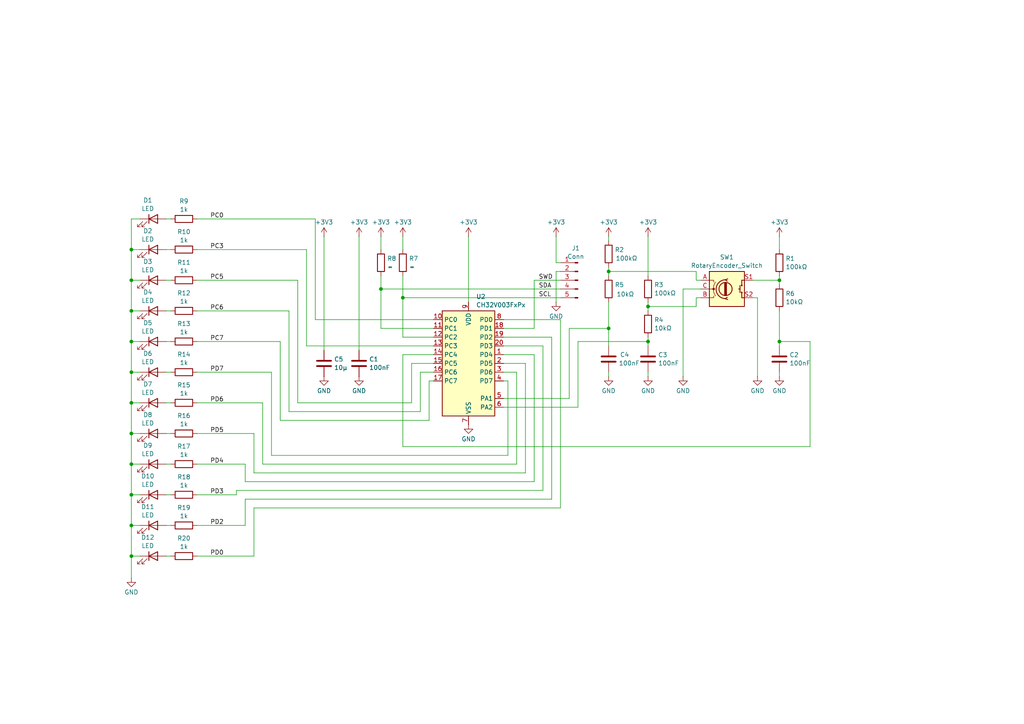
<source format=kicad_sch>
(kicad_sch (version 20231120) (generator "eeschema") (generator_version "8.0")
  (paper "A4")
  (lib_symbols
    (symbol "Connector:Conn_01x05_Pin" (pin_names (offset 1.016) hide)
      (property "Reference" "J" (at 0 7.62 0))
      (property "Value" "Conn_01x05_Pin" (at 0 -7.62 0))
      (symbol "Conn_01x05_Pin_1_1"
        (polyline (pts (xy 1.27 -5.08) (xy 0.8636 -5.08)) (stroke (width 0.1524)))
        (polyline (pts (xy 1.27 -2.54) (xy 0.8636 -2.54)) (stroke (width 0.1524)))
        (polyline (pts (xy 1.27 0) (xy 0.8636 0)) (stroke (width 0.1524)))
        (polyline (pts (xy 1.27 2.54) (xy 0.8636 2.54)) (stroke (width 0.1524)))
        (polyline (pts (xy 1.27 5.08) (xy 0.8636 5.08)) (stroke (width 0.1524)))
        (rectangle (start 0.8636 -4.953) (end 0 -5.207) (stroke (width 0.1524)) (fill (type outline)))
        (rectangle (start 0.8636 -2.413) (end 0 -2.667) (stroke (width 0.1524)) (fill (type outline)))
        (rectangle (start 0.8636 0.127) (end 0 -0.127) (stroke (width 0.1524)) (fill (type outline)))
        (rectangle (start 0.8636 2.667) (end 0 2.413) (stroke (width 0.1524)) (fill (type outline)))
        (rectangle (start 0.8636 5.207) (end 0 4.953) (stroke (width 0.1524)) (fill (type outline)))
        (pin passive line (at 5.08 5.08 180) (length 3.81) (name "Pin_1") (number "1"))
        (pin passive line (at 5.08 2.54 180) (length 3.81) (name "Pin_2") (number "2"))
        (pin passive line (at 5.08 0 180) (length 3.81) (name "Pin_3") (number "3"))
        (pin passive line (at 5.08 -2.54 180) (length 3.81) (name "Pin_4") (number "4"))
        (pin passive line (at 5.08 -5.08 180) (length 3.81) (name "Pin_5") (number "5"))
      )
    )
    (symbol "Device:C" (pin_numbers hide) (pin_names (offset 0.254))
      (property "Reference" "C" (at 0.635 2.54 0))
      (property "Value" "C" (at 0.635 -2.54 0))
      (symbol "C_0_1"
        (polyline (pts (xy -2.032 -0.762) (xy 2.032 -0.762)) (stroke (width 0.508)))
        (polyline (pts (xy -2.032 0.762) (xy 2.032 0.762)) (stroke (width 0.508)))
      )
      (symbol "C_1_1"
        (pin passive line (at 0 3.81 270) (length 2.794) (name "~") (number "1"))
        (pin passive line (at 0 -3.81 90) (length 2.794) (name "~") (number "2"))
      )
    )
    (symbol "Device:LED" (pin_numbers hide) (pin_names (offset 1.016) hide)
      (property "Reference" "D" (at 0 2.54 0))
      (property "Value" "LED" (at 0 -2.54 0))
      (symbol "LED_0_1"
        (polyline (pts (xy -1.27 -1.27) (xy -1.27 1.27)) (stroke (width 0.254)))
        (polyline (pts (xy -1.27 0) (xy 1.27 0)))
        (polyline (pts (xy 1.27 -1.27) (xy 1.27 1.27) (xy -1.27 0) (xy 1.27 -1.27)) (stroke (width 0.254)))
        (polyline (pts (xy -3.048 -0.762) (xy -4.572 -2.286) (xy -3.81 -2.286) (xy -4.572 -2.286) (xy -4.572 -1.524)))
        (polyline (pts (xy -1.778 -0.762) (xy -3.302 -2.286) (xy -2.54 -2.286) (xy -3.302 -2.286) (xy -3.302 -1.524)))
      )
      (symbol "LED_1_1"
        (pin passive line (at -3.81 0 0) (length 2.54) (name "K") (number "1"))
        (pin passive line (at 3.81 0 180) (length 2.54) (name "A") (number "2"))
      )
    )
    (symbol "Device:R" (pin_numbers hide) (pin_names (offset 0))
      (property "Reference" "R" (at 2.032 0 90))
      (property "Value" "R" (at 0 0 90))
      (symbol "R_0_1"
        (rectangle (start -1.016 -2.54) (end 1.016 2.54) (stroke (width 0.254)))
      )
      (symbol "R_1_1"
        (pin passive line (at 0 3.81 270) (length 1.27) (name "~") (number "1"))
        (pin passive line (at 0 -3.81 90) (length 1.27) (name "~") (number "2"))
      )
    )
    (symbol "Device:RotaryEncoder_Switch" (pin_names (offset 0.254) hide)
      (property "Reference" "SW" (at 0 6.604 0))
      (property "Value" "RotaryEncoder_Switch" (at 0 -6.604 0))
      (symbol "RotaryEncoder_Switch_0_1"
        (rectangle (start -5.08 5.08) (end 5.08 -5.08) (stroke (width 0.254)) (fill (type background)))
        (circle (center -3.81 0) (radius 0.254) (fill (type outline)))
        (circle (center -0.381 0) (radius 1.905) (stroke (width 0.254)))
        (arc (start -0.381 2.667) (mid -3.0988 -0.0635) (end -0.381 -2.794) (stroke (width 0.254)))
        (polyline (pts (xy -0.635 -1.778) (xy -0.635 1.778)) (stroke (width 0.254)))
        (polyline (pts (xy -0.381 -1.778) (xy -0.381 1.778)) (stroke (width 0.254)))
        (polyline (pts (xy -0.127 1.778) (xy -0.127 -1.778)) (stroke (width 0.254)))
        (polyline (pts (xy 3.81 0) (xy 3.429 0)) (stroke (width 0.254)))
        (polyline (pts (xy 3.81 1.016) (xy 3.81 -1.016)) (stroke (width 0.254)))
        (polyline (pts (xy -5.08 -2.54) (xy -3.81 -2.54) (xy -3.81 -2.032)))
        (polyline (pts (xy -5.08 2.54) (xy -3.81 2.54) (xy -3.81 2.032)))
        (polyline (pts (xy 0.254 -3.048) (xy -0.508 -2.794) (xy 0.127 -2.413)) (stroke (width 0.254)))
        (polyline (pts (xy 0.254 2.921) (xy -0.508 2.667) (xy 0.127 2.286)) (stroke (width 0.254)))
        (polyline (pts (xy 5.08 -2.54) (xy 4.318 -2.54) (xy 4.318 -1.016)) (stroke (width 0.254)))
        (polyline (pts (xy 5.08 2.54) (xy 4.318 2.54) (xy 4.318 1.016)) (stroke (width 0.254)))
        (polyline (pts (xy -5.08 0) (xy -3.81 0) (xy -3.81 -1.016) (xy -3.302 -2.032)))
        (polyline (pts (xy -4.318 0) (xy -3.81 0) (xy -3.81 1.016) (xy -3.302 2.032)))
        (circle (center 4.318 -1.016) (radius 0.127) (stroke (width 0.254)))
        (circle (center 4.318 1.016) (radius 0.127) (stroke (width 0.254)))
      )
      (symbol "RotaryEncoder_Switch_1_1"
        (pin passive line (at -7.62 2.54 0) (length 2.54) (name "A") (number "A"))
        (pin passive line (at -7.62 -2.54 0) (length 2.54) (name "B") (number "B"))
        (pin passive line (at -7.62 0 0) (length 2.54) (name "C") (number "C"))
        (pin passive line (at 7.62 2.54 180) (length 2.54) (name "S1") (number "S1"))
        (pin passive line (at 7.62 -2.54 180) (length 2.54) (name "S2") (number "S2"))
      )
    )
    (symbol "MCU_WCH_CH32V0:CH32V003FxPx"
      (property "Reference" "U" (at -7.62 17.78 0))
      (property "Value" "CH32V003FxPx" (at 7.62 17.78 0))
      (symbol "CH32V003FxPx_1_1"
        (rectangle (start -7.62 15.24) (end 7.62 -15.24) (stroke (width 0.254)) (fill (type background)))
        (pin bidirectional line (at 10.16 2.54 180) (length 2.54) (name "PD4") (number "1"))
        (pin bidirectional line (at -10.16 12.7 0) (length 2.54) (name "PC0") (number "10"))
        (pin bidirectional line (at -10.16 10.16 0) (length 2.54) (name "PC1") (number "11"))
        (pin bidirectional line (at -10.16 7.62 0) (length 2.54) (name "PC2") (number "12"))
        (pin bidirectional line (at -10.16 5.08 0) (length 2.54) (name "PC3") (number "13"))
        (pin bidirectional line (at -10.16 2.54 0) (length 2.54) (name "PC4") (number "14"))
        (pin bidirectional line (at -10.16 0 0) (length 2.54) (name "PC5") (number "15"))
        (pin bidirectional line (at -10.16 -2.54 0) (length 2.54) (name "PC6") (number "16"))
        (pin bidirectional line (at -10.16 -5.08 0) (length 2.54) (name "PC7") (number "17"))
        (pin bidirectional line (at 10.16 10.16 180) (length 2.54) (name "PD1") (number "18"))
        (pin bidirectional line (at 10.16 7.62 180) (length 2.54) (name "PD2") (number "19"))
        (pin bidirectional line (at 10.16 0 180) (length 2.54) (name "PD5") (number "2"))
        (pin bidirectional line (at 10.16 5.08 180) (length 2.54) (name "PD3") (number "20"))
        (pin bidirectional line (at 10.16 -2.54 180) (length 2.54) (name "PD6") (number "3"))
        (pin bidirectional line (at 10.16 -5.08 180) (length 2.54) (name "PD7") (number "4"))
        (pin bidirectional line (at 10.16 -10.16 180) (length 2.54) (name "PA1") (number "5"))
        (pin bidirectional line (at 10.16 -12.7 180) (length 2.54) (name "PA2") (number "6"))
        (pin power_in line (at 0 -17.78 90) (length 2.54) (name "VSS") (number "7"))
        (pin bidirectional line (at 10.16 12.7 180) (length 2.54) (name "PD0") (number "8"))
        (pin power_in line (at 0 17.78 270) (length 2.54) (name "VDD") (number "9"))
      )
    )
    (symbol "power:+3V3" (power) (pin_numbers hide) (pin_names (offset 0) hide)
      (property "Value" "+3V3" (at 0 3.556 0))
      (symbol "+3V3_0_1"
        (polyline (pts (xy -0.762 1.27) (xy 0 2.54)))
        (polyline (pts (xy 0 0) (xy 0 2.54)))
        (polyline (pts (xy 0 2.54) (xy 0.762 1.27)))
      )
      (symbol "+3V3_1_1"
        (pin power_in line (at 0 0 90) (length 0) (name "~") (number "1"))
      )
    )
    (symbol "power:GND" (power) (pin_numbers hide) (pin_names (offset 0) hide)
      (property "Value" "GND" (at 0 -3.81 0))
      (symbol "GND_0_1"
        (polyline (pts (xy 0 0) (xy 0 -1.27) (xy 1.27 -1.27) (xy 0 -2.54) (xy -1.27 -1.27) (xy 0 -1.27)))
      )
      (symbol "GND_1_1"
        (pin power_in line (at 0 0 270) (length 0) (name "~") (number "1"))
      )
    )
  )
  (junction (at 38.1 107.95))
  (junction (at 38.1 161.29))
  (junction (at 110.49 83.82))
  (junction (at 38.1 99.06))
  (junction (at 38.1 81.28))
  (junction (at 38.1 143.51))
  (junction (at 226.06 81.28))
  (junction (at 187.96 99.06))
  (junction (at 38.1 152.4))
  (junction (at 176.53 78.74))
  (junction (at 116.84 86.36))
  (junction (at 38.1 90.17))
  (junction (at 38.1 134.62))
  (junction (at 187.96 88.9))
  (junction (at 38.1 125.73))
  (junction (at 38.1 116.84))
  (junction (at 176.53 95.25))
  (junction (at 226.06 99.06))
  (junction (at 38.1 72.39))
  (wire (pts (xy 125.73 100.33) (xy 88.9 100.33)))
  (wire (pts (xy 48.26 90.17) (xy 49.53 90.17)))
  (wire (pts (xy 38.1 143.51) (xy 38.1 152.4)))
  (wire (pts (xy 48.26 107.95) (xy 49.53 107.95)))
  (wire (pts (xy 176.53 77.47) (xy 176.53 78.74)))
  (wire (pts (xy 49.53 99.06) (xy 48.26 99.06)))
  (wire (pts (xy 187.96 99.06) (xy 187.96 100.33)))
  (wire (pts (xy 154.94 95.25) (xy 146.05 95.25)))
  (wire (pts (xy 40.64 125.73) (xy 38.1 125.73)))
  (wire (pts (xy 149.86 107.95) (xy 149.86 134.62)))
  (wire (pts (xy 149.86 134.62) (xy 76.2 134.62)))
  (wire (pts (xy 40.64 134.62) (xy 38.1 134.62)))
  (wire (pts (xy 38.1 99.06) (xy 38.1 107.95)))
  (wire (pts (xy 48.26 134.62) (xy 49.53 134.62)))
  (wire (pts (xy 226.06 81.28) (xy 226.06 82.55)))
  (wire (pts (xy 48.26 63.5) (xy 49.53 63.5)))
  (wire (pts (xy 91.44 63.5) (xy 57.15 63.5)))
  (wire (pts (xy 157.48 142.24) (xy 68.58 142.24)))
  (wire (pts (xy 91.44 92.71) (xy 91.44 63.5)))
  (wire (pts (xy 38.1 90.17) (xy 38.1 99.06)))
  (wire (pts (xy 147.32 132.08) (xy 78.74 132.08)))
  (wire (pts (xy 48.26 125.73) (xy 49.53 125.73)))
  (wire (pts (xy 38.1 63.5) (xy 38.1 72.39)))
  (wire (pts (xy 38.1 81.28) (xy 38.1 90.17)))
  (wire (pts (xy 201.93 88.9) (xy 187.96 88.9)))
  (wire (pts (xy 165.1 95.25) (xy 165.1 115.57)))
  (wire (pts (xy 146.05 100.33) (xy 157.48 100.33)))
  (wire (pts (xy 40.64 90.17) (xy 38.1 90.17)))
  (wire (pts (xy 73.66 125.73) (xy 57.15 125.73)))
  (wire (pts (xy 187.96 99.06) (xy 187.96 97.79)))
  (wire (pts (xy 147.32 110.49) (xy 147.32 132.08)))
  (wire (pts (xy 86.36 81.28) (xy 57.15 81.28)))
  (wire (pts (xy 83.82 90.17) (xy 57.15 90.17)))
  (wire (pts (xy 125.73 110.49) (xy 124.46 110.49)))
  (wire (pts (xy 203.2 83.82) (xy 198.12 83.82)))
  (wire (pts (xy 125.73 92.71) (xy 91.44 92.71)))
  (wire (pts (xy 71.12 134.62) (xy 57.15 134.62)))
  (wire (pts (xy 116.84 80.01) (xy 116.84 86.36)))
  (wire (pts (xy 73.66 161.29) (xy 57.15 161.29)))
  (wire (pts (xy 162.56 78.74) (xy 161.29 78.74)))
  (wire (pts (xy 124.46 110.49) (xy 124.46 121.92)))
  (wire (pts (xy 226.06 68.58) (xy 226.06 72.39)))
  (wire (pts (xy 110.49 83.82) (xy 162.56 83.82)))
  (wire (pts (xy 71.12 144.78) (xy 160.02 144.78)))
  (wire (pts (xy 226.06 109.22) (xy 226.06 107.95)))
  (wire (pts (xy 146.05 107.95) (xy 149.86 107.95)))
  (wire (pts (xy 124.46 121.92) (xy 81.28 121.92)))
  (wire (pts (xy 176.53 100.33) (xy 176.53 95.25)))
  (wire (pts (xy 86.36 116.84) (xy 86.36 81.28)))
  (wire (pts (xy 218.44 86.36) (xy 219.71 86.36)))
  (wire (pts (xy 152.4 105.41) (xy 152.4 137.16)))
  (wire (pts (xy 38.1 72.39) (xy 38.1 81.28)))
  (wire (pts (xy 165.1 95.25) (xy 176.53 95.25)))
  (wire (pts (xy 40.64 63.5) (xy 38.1 63.5)))
  (wire (pts (xy 125.73 102.87) (xy 116.84 102.87)))
  (wire (pts (xy 187.96 99.06) (xy 167.64 99.06)))
  (wire (pts (xy 162.56 92.71) (xy 162.56 147.32)))
  (wire (pts (xy 40.64 143.51) (xy 38.1 143.51)))
  (wire (pts (xy 154.94 102.87) (xy 154.94 139.7)))
  (wire (pts (xy 176.53 109.22) (xy 176.53 107.95)))
  (wire (pts (xy 88.9 72.39) (xy 57.15 72.39)))
  (wire (pts (xy 40.64 116.84) (xy 38.1 116.84)))
  (wire (pts (xy 48.26 72.39) (xy 49.53 72.39)))
  (wire (pts (xy 104.14 68.58) (xy 104.14 101.6)))
  (wire (pts (xy 218.44 81.28) (xy 226.06 81.28)))
  (wire (pts (xy 38.1 134.62) (xy 38.1 143.51)))
  (wire (pts (xy 48.26 143.51) (xy 49.53 143.51)))
  (wire (pts (xy 135.89 68.58) (xy 135.89 87.63)))
  (wire (pts (xy 116.84 68.58) (xy 116.84 72.39)))
  (wire (pts (xy 176.53 68.58) (xy 176.53 69.85)))
  (wire (pts (xy 40.64 152.4) (xy 38.1 152.4)))
  (wire (pts (xy 201.93 78.74) (xy 201.93 81.28)))
  (wire (pts (xy 201.93 81.28) (xy 203.2 81.28)))
  (wire (pts (xy 73.66 137.16) (xy 73.66 125.73)))
  (wire (pts (xy 76.2 116.84) (xy 57.15 116.84)))
  (wire (pts (xy 146.05 102.87) (xy 154.94 102.87)))
  (wire (pts (xy 40.64 81.28) (xy 38.1 81.28)))
  (wire (pts (xy 226.06 99.06) (xy 226.06 100.33)))
  (wire (pts (xy 40.64 161.29) (xy 38.1 161.29)))
  (wire (pts (xy 146.05 92.71) (xy 162.56 92.71)))
  (wire (pts (xy 176.53 87.63) (xy 176.53 95.25)))
  (wire (pts (xy 157.48 100.33) (xy 157.48 142.24)))
  (wire (pts (xy 226.06 99.06) (xy 234.95 99.06)))
  (wire (pts (xy 201.93 86.36) (xy 201.93 88.9)))
  (wire (pts (xy 146.05 110.49) (xy 147.32 110.49)))
  (wire (pts (xy 121.92 107.95) (xy 121.92 119.38)))
  (wire (pts (xy 38.1 116.84) (xy 38.1 125.73)))
  (wire (pts (xy 119.38 116.84) (xy 86.36 116.84)))
  (wire (pts (xy 93.98 68.58) (xy 93.98 101.6)))
  (wire (pts (xy 81.28 121.92) (xy 81.28 99.06)))
  (wire (pts (xy 161.29 68.58) (xy 161.29 76.2)))
  (wire (pts (xy 116.84 86.36) (xy 162.56 86.36)))
  (wire (pts (xy 146.05 97.79) (xy 160.02 97.79)))
  (wire (pts (xy 76.2 134.62) (xy 76.2 116.84)))
  (wire (pts (xy 78.74 107.95) (xy 57.15 107.95)))
  (wire (pts (xy 226.06 90.17) (xy 226.06 99.06)))
  (wire (pts (xy 161.29 76.2) (xy 162.56 76.2)))
  (wire (pts (xy 71.12 139.7) (xy 71.12 134.62)))
  (wire (pts (xy 40.64 72.39) (xy 38.1 72.39)))
  (wire (pts (xy 119.38 105.41) (xy 119.38 116.84)))
  (wire (pts (xy 48.26 152.4) (xy 49.53 152.4)))
  (wire (pts (xy 40.64 99.06) (xy 38.1 99.06)))
  (wire (pts (xy 110.49 68.58) (xy 110.49 72.39)))
  (wire (pts (xy 49.53 116.84) (xy 48.26 116.84)))
  (wire (pts (xy 121.92 119.38) (xy 83.82 119.38)))
  (wire (pts (xy 146.05 105.41) (xy 152.4 105.41)))
  (wire (pts (xy 71.12 144.78) (xy 71.12 152.4)))
  (wire (pts (xy 152.4 137.16) (xy 73.66 137.16)))
  (wire (pts (xy 68.58 143.51) (xy 57.15 143.51)))
  (wire (pts (xy 187.96 88.9) (xy 187.96 90.17)))
  (wire (pts (xy 154.94 81.28) (xy 154.94 95.25)))
  (wire (pts (xy 160.02 97.79) (xy 160.02 144.78)))
  (wire (pts (xy 48.26 81.28) (xy 49.53 81.28)))
  (wire (pts (xy 116.84 86.36) (xy 116.84 97.79)))
  (wire (pts (xy 116.84 102.87) (xy 116.84 129.54)))
  (wire (pts (xy 161.29 78.74) (xy 161.29 87.63)))
  (wire (pts (xy 40.64 107.95) (xy 38.1 107.95)))
  (wire (pts (xy 83.82 119.38) (xy 83.82 90.17)))
  (wire (pts (xy 38.1 152.4) (xy 38.1 161.29)))
  (wire (pts (xy 162.56 147.32) (xy 73.66 147.32)))
  (wire (pts (xy 116.84 97.79) (xy 125.73 97.79)))
  (wire (pts (xy 71.12 152.4) (xy 57.15 152.4)))
  (wire (pts (xy 38.1 161.29) (xy 38.1 167.64)))
  (wire (pts (xy 187.96 87.63) (xy 187.96 88.9)))
  (wire (pts (xy 38.1 125.73) (xy 38.1 134.62)))
  (wire (pts (xy 176.53 78.74) (xy 176.53 80.01)))
  (wire (pts (xy 187.96 68.58) (xy 187.96 80.01)))
  (wire (pts (xy 219.71 86.36) (xy 219.71 109.22)))
  (wire (pts (xy 234.95 129.54) (xy 234.95 99.06)))
  (wire (pts (xy 125.73 107.95) (xy 121.92 107.95)))
  (wire (pts (xy 165.1 115.57) (xy 146.05 115.57)))
  (wire (pts (xy 88.9 100.33) (xy 88.9 72.39)))
  (wire (pts (xy 48.26 161.29) (xy 49.53 161.29)))
  (wire (pts (xy 187.96 109.22) (xy 187.96 107.95)))
  (wire (pts (xy 125.73 105.41) (xy 119.38 105.41)))
  (wire (pts (xy 154.94 139.7) (xy 71.12 139.7)))
  (wire (pts (xy 110.49 95.25) (xy 125.73 95.25)))
  (wire (pts (xy 116.84 129.54) (xy 234.95 129.54)))
  (wire (pts (xy 146.05 118.11) (xy 167.64 118.11)))
  (wire (pts (xy 110.49 80.01) (xy 110.49 83.82)))
  (wire (pts (xy 81.28 99.06) (xy 57.15 99.06)))
  (wire (pts (xy 110.49 83.82) (xy 110.49 95.25)))
  (wire (pts (xy 167.64 99.06) (xy 167.64 118.11)))
  (wire (pts (xy 201.93 86.36) (xy 203.2 86.36)))
  (wire (pts (xy 68.58 142.24) (xy 68.58 143.51)))
  (wire (pts (xy 73.66 147.32) (xy 73.66 161.29)))
  (wire (pts (xy 176.53 78.74) (xy 201.93 78.74)))
  (wire (pts (xy 198.12 83.82) (xy 198.12 109.22)))
  (wire (pts (xy 78.74 132.08) (xy 78.74 107.95)))
  (wire (pts (xy 226.06 80.01) (xy 226.06 81.28)))
  (wire (pts (xy 38.1 107.95) (xy 38.1 116.84)))
  (wire (pts (xy 162.56 81.28) (xy 154.94 81.28)))
  (label "PD4" (at 60.96 134.62 0))
  (label "SCL" (at 156.21 86.36 0))
  (label "PD6" (at 60.96 116.84 0))
  (label "SWD" (at 156.21 81.28 0))
  (label "PD5" (at 60.96 125.73 0))
  (label "PD2" (at 60.96 152.4 0))
  (label "PC6" (at 60.96 90.17 0))
  (label "PD3" (at 60.96 143.51 0))
  (label "PC7" (at 60.96 99.06 0))
  (label "PC0" (at 60.96 63.5 0))
  (label "PD0" (at 60.96 161.29 0))
  (label "PC5" (at 60.96 81.28 0))
  (label "SDA" (at 156.21 83.82 0))
  (label "PC3" (at 60.96 72.39 0))
  (label "PD7" (at 60.96 107.95 0))
  (symbol (lib_id "power:+3V3") (at 116.84 68.58 0) (unit 1)
    (property "Reference" "#PWR012" (effects (hide yes)))
    (property "Value" "+3V3" (at 116.84 64.4469 0))
    (property "Description" "Power symbol creates a global label with name \"+3V3\"" (effects (hide yes)))
  )
  (symbol (lib_id "Device:C") (at 176.53 104.14 0) (unit 1)
    (property "Reference" "C4" (at 179.832 102.87 0) (effects (justify left)))
    (property "Value" "100nF" (at 179.451 105.3521 0) (effects (justify left)))
    (property "Footprint" "Capacitor_SMD:C_0603_1608Metric_Pad1.08x0.95mm_HandSolder" (effects (hide yes)))
    (property "Description" "Unpolarized capacitor" (effects (hide yes)))
  )
  (symbol (lib_id "Connector:Conn_01x05_Pin") (at 167.64 81.28 0) (mirror y) (unit 1)
    (property "Reference" "J1" (at 167.005 71.9793 0))
    (property "Value" "Conn" (at 167.005 74.4036 0))
    (property "Footprint" "Connector_JST:JST_XH_B5B-XH-A_1x05_P2.50mm_Vertical" (effects (hide yes)))
    (property "Description" "Generic connector, single row, 01x05, script generated" (effects (hide yes)))
  )
  (symbol (lib_id "Device:C") (at 93.98 105.41 0) (unit 1)
    (property "Reference" "C5" (at 96.901 104.1978 0) (effects (justify left)))
    (property "Value" "10μ" (at 96.901 106.6221 0) (effects (justify left)))
    (property "Footprint" "Capacitor_SMD:C_0603_1608Metric_Pad1.08x0.95mm_HandSolder" (effects (hide yes)))
    (property "Description" "Unpolarized capacitor" (effects (hide yes)))
  )
  (symbol (lib_id "Device:LED") (at 44.45 90.17 0) (unit 1)
    (property "Reference" "D4" (at 42.8625 84.7555 0))
    (property "Value" "LED" (at 42.8625 87.1798 0))
    (property "Footprint" "LED_THT:LED_D3.0mm" (effects (hide yes)))
    (property "Description" "Light emitting diode" (effects (hide yes)))
  )
  (symbol (lib_id "Device:R") (at 53.34 81.28 90) (unit 1)
    (property "Reference" "R11" (at 53.34 76.1195 90))
    (property "Value" "1k" (at 53.34 78.5438 90))
    (property "Footprint" "Resistor_SMD:R_0603_1608Metric_Pad0.98x0.95mm_HandSolder" (effects (hide yes)))
    (property "Description" "Resistor" (effects (hide yes)))
  )
  (symbol (lib_id "Device:C") (at 226.06 104.14 0) (unit 1)
    (property "Reference" "C2" (at 228.981 102.9278 0) (effects (justify left)))
    (property "Value" "100nF" (at 228.981 105.3521 0) (effects (justify left)))
    (property "Footprint" "Capacitor_SMD:C_0603_1608Metric_Pad1.08x0.95mm_HandSolder" (effects (hide yes)))
    (property "Description" "Unpolarized capacitor" (effects (hide yes)))
  )
  (symbol (lib_id "power:GND") (at 176.53 109.22 0) (unit 1)
    (property "Reference" "#PWR03" (effects (hide yes)))
    (property "Value" "GND" (at 176.53 113.3531 0))
    (property "Description" "Power symbol creates a global label with name \"GND\" , ground" (effects (hide yes)))
  )
  (symbol (lib_id "power:+3V3") (at 93.98 68.58 0) (unit 1)
    (property "Reference" "#PWR018" (effects (hide yes)))
    (property "Value" "+3V3" (at 93.98 64.4469 0))
    (property "Description" "Power symbol creates a global label with name \"+3V3\"" (effects (hide yes)))
  )
  (symbol (lib_id "Device:C") (at 104.14 105.41 0) (unit 1)
    (property "Reference" "C1" (at 107.061 104.1978 0) (effects (justify left)))
    (property "Value" "100nF" (at 107.061 106.6221 0) (effects (justify left)))
    (property "Footprint" "Capacitor_SMD:C_0603_1608Metric_Pad1.08x0.95mm_HandSolder" (effects (hide yes)))
    (property "Description" "Unpolarized capacitor" (effects (hide yes)))
  )
  (symbol (lib_id "Device:R") (at 226.06 86.36 0) (unit 1)
    (property "Reference" "R6" (at 227.838 85.1478 0) (effects (justify left)))
    (property "Value" "10kΩ" (at 227.838 87.5721 0) (effects (justify left)))
    (property "Footprint" "Resistor_SMD:R_0603_1608Metric_Pad0.98x0.95mm_HandSolder" (effects (hide yes)))
    (property "Description" "Resistor" (effects (hide yes)))
  )
  (symbol (lib_id "Device:LED") (at 44.45 99.06 0) (unit 1)
    (property "Reference" "D5" (at 42.8625 93.6455 0))
    (property "Value" "LED" (at 42.8625 96.0698 0))
    (property "Footprint" "LED_THT:LED_D3.0mm" (effects (hide yes)))
    (property "Description" "Light emitting diode" (effects (hide yes)))
  )
  (symbol (lib_id "Device:LED") (at 44.45 161.29 0) (unit 1)
    (property "Reference" "D12" (at 42.8625 155.8755 0))
    (property "Value" "LED" (at 42.8625 158.2998 0))
    (property "Footprint" "LED_THT:LED_D3.0mm" (effects (hide yes)))
    (property "Description" "Light emitting diode" (effects (hide yes)))
  )
  (symbol (lib_id "Device:R") (at 53.34 107.95 90) (unit 1)
    (property "Reference" "R14" (at 53.34 102.7895 90))
    (property "Value" "1k" (at 53.34 105.2138 90))
    (property "Footprint" "Resistor_SMD:R_0603_1608Metric_Pad0.98x0.95mm_HandSolder" (effects (hide yes)))
    (property "Description" "Resistor" (effects (hide yes)))
  )
  (symbol (lib_id "power:GND") (at 104.14 109.22 0) (unit 1)
    (property "Reference" "#PWR016" (effects (hide yes)))
    (property "Value" "GND" (at 104.14 113.3531 0))
    (property "Description" "Power symbol creates a global label with name \"GND\" , ground" (effects (hide yes)))
  )
  (symbol (lib_id "Device:R") (at 53.34 99.06 90) (unit 1)
    (property "Reference" "R13" (at 53.34 93.8995 90))
    (property "Value" "1k" (at 53.34 96.3238 90))
    (property "Footprint" "Resistor_SMD:R_0603_1608Metric_Pad0.98x0.95mm_HandSolder" (effects (hide yes)))
    (property "Description" "Resistor" (effects (hide yes)))
  )
  (symbol (lib_id "Device:R") (at 53.34 152.4 90) (unit 1)
    (property "Reference" "R19" (at 53.34 147.2395 90))
    (property "Value" "1k" (at 53.34 149.6638 90))
    (property "Footprint" "Resistor_SMD:R_0603_1608Metric_Pad0.98x0.95mm_HandSolder" (effects (hide yes)))
    (property "Description" "Resistor" (effects (hide yes)))
  )
  (symbol (lib_id "power:GND") (at 219.71 109.22 0) (unit 1)
    (property "Reference" "#PWR02" (effects (hide yes)))
    (property "Value" "GND" (at 219.71 113.3531 0))
    (property "Description" "Power symbol creates a global label with name \"GND\" , ground" (effects (hide yes)))
  )
  (symbol (lib_id "Device:R") (at 110.49 76.2 0) (unit 1)
    (property "Reference" "R8" (at 112.268 74.9878 0) (effects (justify left)))
    (property "Value" "∞" (at 112.268 77.4121 0) (effects (justify left)))
    (property "Footprint" "Resistor_SMD:R_0603_1608Metric_Pad0.98x0.95mm_HandSolder" (effects (hide yes)))
    (property "Description" "Resistor" (effects (hide yes)))
  )
  (symbol (lib_id "Device:R") (at 187.96 93.98 0) (unit 1)
    (property "Reference" "R4" (at 189.738 92.7678 0) (effects (justify left)))
    (property "Value" "10kΩ" (at 189.738 95.1921 0) (effects (justify left)))
    (property "Footprint" "Resistor_SMD:R_0603_1608Metric_Pad0.98x0.95mm_HandSolder" (effects (hide yes)))
    (property "Description" "Resistor" (effects (hide yes)))
  )
  (symbol (lib_id "Device:R") (at 53.34 63.5 90) (unit 1)
    (property "Reference" "R9" (at 53.34 58.3395 90))
    (property "Value" "1k" (at 53.34 60.7638 90))
    (property "Footprint" "Resistor_SMD:R_0603_1608Metric_Pad0.98x0.95mm_HandSolder" (effects (hide yes)))
    (property "Description" "Resistor" (effects (hide yes)))
  )
  (symbol (lib_id "Device:R") (at 53.34 116.84 90) (unit 1)
    (property "Reference" "R15" (at 53.34 111.6795 90))
    (property "Value" "1k" (at 53.34 114.1038 90))
    (property "Footprint" "Resistor_SMD:R_0603_1608Metric_Pad0.98x0.95mm_HandSolder" (effects (hide yes)))
    (property "Description" "Resistor" (effects (hide yes)))
  )
  (symbol (lib_id "Device:R") (at 116.84 76.2 0) (unit 1)
    (property "Reference" "R7" (at 118.618 74.9878 0) (effects (justify left)))
    (property "Value" "∞" (at 118.618 77.4121 0) (effects (justify left)))
    (property "Footprint" "Resistor_SMD:R_0603_1608Metric_Pad0.98x0.95mm_HandSolder" (effects (hide yes)))
    (property "Description" "Resistor" (effects (hide yes)))
  )
  (symbol (lib_id "power:GND") (at 93.98 109.22 0) (unit 1)
    (property "Reference" "#PWR019" (effects (hide yes)))
    (property "Value" "GND" (at 93.98 113.3531 0))
    (property "Description" "Power symbol creates a global label with name \"GND\" , ground" (effects (hide yes)))
  )
  (symbol (lib_id "power:+3V3") (at 110.49 68.58 0) (unit 1)
    (property "Reference" "#PWR013" (effects (hide yes)))
    (property "Value" "+3V3" (at 110.49 64.4469 0))
    (property "Description" "Power symbol creates a global label with name \"+3V3\"" (effects (hide yes)))
  )
  (symbol (lib_id "Device:R") (at 226.06 76.2 0) (unit 1)
    (property "Reference" "R1" (at 227.838 74.9878 0) (effects (justify left)))
    (property "Value" "100kΩ" (at 227.838 77.4121 0) (effects (justify left)))
    (property "Footprint" "Resistor_SMD:R_0603_1608Metric_Pad0.98x0.95mm_HandSolder" (effects (hide yes)))
    (property "Description" "Resistor" (effects (hide yes)))
  )
  (symbol (lib_id "power:GND") (at 38.1 167.64 0) (unit 1)
    (property "Reference" "#PWR017" (effects (hide yes)))
    (property "Value" "GND" (at 38.1 171.7731 0))
    (property "Description" "Power symbol creates a global label with name \"GND\" , ground" (effects (hide yes)))
  )
  (symbol (lib_id "Device:LED") (at 44.45 107.95 0) (unit 1)
    (property "Reference" "D6" (at 42.8625 102.5355 0))
    (property "Value" "LED" (at 42.8625 104.9598 0))
    (property "Footprint" "LED_THT:LED_D3.0mm" (effects (hide yes)))
    (property "Description" "Light emitting diode" (effects (hide yes)))
  )
  (symbol (lib_id "Device:R") (at 176.53 73.66 0) (unit 1)
    (property "Reference" "R2" (at 178.308 72.4478 0) (effects (justify left)))
    (property "Value" "100kΩ" (at 178.562 74.93 0) (effects (justify left)))
    (property "Footprint" "Resistor_SMD:R_0603_1608Metric_Pad0.98x0.95mm_HandSolder" (effects (hide yes)))
    (property "Description" "Resistor" (effects (hide yes)))
  )
  (symbol (lib_id "Device:R") (at 176.53 83.82 0) (unit 1)
    (property "Reference" "R5" (at 178.308 82.6078 0) (effects (justify left)))
    (property "Value" "10kΩ" (at 178.816 85.344 0) (effects (justify left)))
    (property "Footprint" "Resistor_SMD:R_0603_1608Metric_Pad0.98x0.95mm_HandSolder" (effects (hide yes)))
    (property "Description" "Resistor" (effects (hide yes)))
  )
  (symbol (lib_id "power:GND") (at 226.06 109.22 0) (unit 1)
    (property "Reference" "#PWR011" (effects (hide yes)))
    (property "Value" "GND" (at 226.06 113.3531 0))
    (property "Description" "Power symbol creates a global label with name \"GND\" , ground" (effects (hide yes)))
  )
  (symbol (lib_id "Device:R") (at 53.34 143.51 90) (unit 1)
    (property "Reference" "R18" (at 53.34 138.3495 90))
    (property "Value" "1k" (at 53.34 140.7738 90))
    (property "Footprint" "Resistor_SMD:R_0603_1608Metric_Pad0.98x0.95mm_HandSolder" (effects (hide yes)))
    (property "Description" "Resistor" (effects (hide yes)))
  )
  (symbol (lib_id "power:GND") (at 135.89 123.19 0) (unit 1)
    (property "Reference" "#PWR01" (effects (hide yes)))
    (property "Value" "GND" (at 135.89 127.3231 0))
    (property "Description" "Power symbol creates a global label with name \"GND\" , ground" (effects (hide yes)))
  )
  (symbol (lib_id "Device:R") (at 53.34 72.39 90) (unit 1)
    (property "Reference" "R10" (at 53.34 67.2295 90))
    (property "Value" "1k" (at 53.34 69.6538 90))
    (property "Footprint" "Resistor_SMD:R_0603_1608Metric_Pad0.98x0.95mm_HandSolder" (effects (hide yes)))
    (property "Description" "Resistor" (effects (hide yes)))
  )
  (symbol (lib_id "Device:R") (at 53.34 161.29 90) (unit 1)
    (property "Reference" "R20" (at 53.34 156.1295 90))
    (property "Value" "1k" (at 53.34 158.5538 90))
    (property "Footprint" "Resistor_SMD:R_0603_1608Metric_Pad0.98x0.95mm_HandSolder" (effects (hide yes)))
    (property "Description" "Resistor" (effects (hide yes)))
  )
  (symbol (lib_id "Device:LED") (at 44.45 125.73 0) (unit 1)
    (property "Reference" "D8" (at 42.8625 120.3155 0))
    (property "Value" "LED" (at 42.8625 122.7398 0))
    (property "Footprint" "LED_THT:LED_D3.0mm" (effects (hide yes)))
    (property "Description" "Light emitting diode" (effects (hide yes)))
  )
  (symbol (lib_id "Device:LED") (at 44.45 81.28 0) (unit 1)
    (property "Reference" "D3" (at 42.8625 75.8655 0))
    (property "Value" "LED" (at 42.8625 78.2898 0))
    (property "Footprint" "LED_THT:LED_D3.0mm" (effects (hide yes)))
    (property "Description" "Light emitting diode" (effects (hide yes)))
  )
  (symbol (lib_id "Device:RotaryEncoder_Switch") (at 210.82 83.82 0) (unit 1)
    (property "Reference" "SW1" (at 210.82 74.5955 0))
    (property "Value" "RotaryEncoder_Switch" (at 210.82 77.0198 0))
    (property "Footprint" "Rotary_Encoder:RotaryEncoder_Bourns_Vertical_PEC12R-3x17F-Sxxxx" (effects (hide yes)))
    (property "Description" "Rotary encoder, dual channel, incremental quadrate outputs, with switch" (effects (hide yes)))
  )
  (symbol (lib_id "Device:R") (at 53.34 125.73 90) (unit 1)
    (property "Reference" "R16" (at 53.34 120.5695 90))
    (property "Value" "1k" (at 53.34 122.9938 90))
    (property "Footprint" "Resistor_SMD:R_0603_1608Metric_Pad0.98x0.95mm_HandSolder" (effects (hide yes)))
    (property "Description" "Resistor" (effects (hide yes)))
  )
  (symbol (lib_id "Device:LED") (at 44.45 63.5 0) (unit 1)
    (property "Reference" "D1" (at 42.8625 58.0855 0))
    (property "Value" "LED" (at 42.8625 60.5098 0))
    (property "Footprint" "LED_THT:LED_D3.0mm" (effects (hide yes)))
    (property "Description" "Light emitting diode" (effects (hide yes)))
  )
  (symbol (lib_id "power:+3V3") (at 161.29 68.58 0) (unit 1)
    (property "Reference" "#PWR014" (effects (hide yes)))
    (property "Value" "+3V3" (at 161.29 64.4469 0))
    (property "Description" "Power symbol creates a global label with name \"+3V3\"" (effects (hide yes)))
  )
  (symbol (lib_id "power:+3V3") (at 104.14 68.58 0) (unit 1)
    (property "Reference" "#PWR015" (effects (hide yes)))
    (property "Value" "+3V3" (at 104.14 64.4469 0))
    (property "Description" "Power symbol creates a global label with name \"+3V3\"" (effects (hide yes)))
  )
  (symbol (lib_id "Device:R") (at 53.34 134.62 90) (unit 1)
    (property "Reference" "R17" (at 53.34 129.4595 90))
    (property "Value" "1k" (at 53.34 131.8838 90))
    (property "Footprint" "Resistor_SMD:R_0603_1608Metric_Pad0.98x0.95mm_HandSolder" (effects (hide yes)))
    (property "Description" "Resistor" (effects (hide yes)))
  )
  (symbol (lib_id "MCU_WCH_CH32V0:CH32V003FxPx") (at 135.89 105.41 0) (unit 1)
    (property "Reference" "U2" (at 138.0841 86.0255 0) (effects (justify left)))
    (property "Value" "CH32V003FxPx" (at 138.0841 88.4498 0) (effects (justify left)))
    (property "Footprint" "Package_SO:TSSOP-20_4.4x6.5mm_P0.65mm" (effects (hide yes)))
    (property "Datasheet" "https://www.wch-ic.com/products/CH32V003.html" (effects (hide yes)))
    (property "Description" "CH32V003 series are industrial-grade general-purpose microcontrollers designed based on 32-bit RISC-V instruction set and architecture. It adopts QingKe V2A core, RV32EC instruction set, and supports 2 levels of interrupt nesting. The series are mounted with rich peripheral interfaces and function modules. Its internal organizational structure meets the low-cost and low-power embedded application scenarios." (effects (hide yes)))
  )
  (symbol (lib_id "Device:C") (at 187.96 104.14 0) (unit 1)
    (property "Reference" "C3" (at 190.881 102.9278 0) (effects (justify left)))
    (property "Value" "100nF" (at 190.881 105.3521 0) (effects (justify left)))
    (property "Footprint" "Capacitor_SMD:C_0603_1608Metric_Pad1.08x0.95mm_HandSolder" (effects (hide yes)))
    (property "Description" "Unpolarized capacitor" (effects (hide yes)))
  )
  (symbol (lib_id "power:+3V3") (at 135.89 68.58 0) (unit 1)
    (property "Reference" "#PWR09" (effects (hide yes)))
    (property "Value" "+3V3" (at 135.89 64.4469 0))
    (property "Description" "Power symbol creates a global label with name \"+3V3\"" (effects (hide yes)))
  )
  (symbol (lib_id "power:+3V3") (at 176.53 68.58 0) (unit 1)
    (property "Reference" "#PWR07" (effects (hide yes)))
    (property "Value" "+3V3" (at 176.53 64.4469 0))
    (property "Description" "Power symbol creates a global label with name \"+3V3\"" (effects (hide yes)))
  )
  (symbol (lib_id "Device:LED") (at 44.45 152.4 0) (unit 1)
    (property "Reference" "D11" (at 42.8625 146.9855 0))
    (property "Value" "LED" (at 42.8625 149.4098 0))
    (property "Footprint" "LED_THT:LED_D3.0mm" (effects (hide yes)))
    (property "Description" "Light emitting diode" (effects (hide yes)))
  )
  (symbol (lib_id "power:GND") (at 198.12 109.22 0) (unit 1)
    (property "Reference" "#PWR05" (effects (hide yes)))
    (property "Value" "GND" (at 198.12 113.3531 0))
    (property "Description" "Power symbol creates a global label with name \"GND\" , ground" (effects (hide yes)))
  )
  (symbol (lib_id "Device:LED") (at 44.45 143.51 0) (unit 1)
    (property "Reference" "D10" (at 42.8625 138.0955 0))
    (property "Value" "LED" (at 42.8625 140.5198 0))
    (property "Footprint" "LED_THT:LED_D3.0mm" (effects (hide yes)))
    (property "Description" "Light emitting diode" (effects (hide yes)))
  )
  (symbol (lib_id "power:GND") (at 161.29 87.63 0) (unit 1)
    (property "Reference" "#PWR010" (effects (hide yes)))
    (property "Value" "GND" (at 161.29 91.7631 0))
    (property "Description" "Power symbol creates a global label with name \"GND\" , ground" (effects (hide yes)))
  )
  (symbol (lib_id "power:+3V3") (at 187.96 68.58 0) (unit 1)
    (property "Reference" "#PWR06" (effects (hide yes)))
    (property "Value" "+3V3" (at 187.96 64.4469 0))
    (property "Description" "Power symbol creates a global label with name \"+3V3\"" (effects (hide yes)))
  )
  (symbol (lib_id "Device:LED") (at 44.45 116.84 0) (unit 1)
    (property "Reference" "D7" (at 42.8625 111.4255 0))
    (property "Value" "LED" (at 42.8625 113.8498 0))
    (property "Footprint" "LED_THT:LED_D3.0mm" (effects (hide yes)))
    (property "Description" "Light emitting diode" (effects (hide yes)))
  )
  (symbol (lib_id "Device:LED") (at 44.45 134.62 0) (unit 1)
    (property "Reference" "D9" (at 42.8625 129.2055 0))
    (property "Value" "LED" (at 42.8625 131.6298 0))
    (property "Footprint" "LED_THT:LED_D3.0mm" (effects (hide yes)))
    (property "Description" "Light emitting diode" (effects (hide yes)))
  )
  (symbol (lib_id "power:+3V3") (at 226.06 68.58 0) (unit 1)
    (property "Reference" "#PWR08" (effects (hide yes)))
    (property "Value" "+3V3" (at 226.06 64.4469 0))
    (property "Description" "Power symbol creates a global label with name \"+3V3\"" (effects (hide yes)))
  )
  (symbol (lib_id "power:GND") (at 187.96 109.22 0) (unit 1)
    (property "Reference" "#PWR04" (effects (hide yes)))
    (property "Value" "GND" (at 187.96 113.3531 0))
    (property "Description" "Power symbol creates a global label with name \"GND\" , ground" (effects (hide yes)))
  )
  (symbol (lib_id "Device:R") (at 53.34 90.17 90) (unit 1)
    (property "Reference" "R12" (at 53.34 85.0095 90))
    (property "Value" "1k" (at 53.34 87.4338 90))
    (property "Footprint" "Resistor_SMD:R_0603_1608Metric_Pad0.98x0.95mm_HandSolder" (effects (hide yes)))
    (property "Description" "Resistor" (effects (hide yes)))
  )
  (symbol (lib_id "Device:LED") (at 44.45 72.39 0) (unit 1)
    (property "Reference" "D2" (at 42.8625 66.9755 0))
    (property "Value" "LED" (at 42.8625 69.3998 0))
    (property "Footprint" "LED_THT:LED_D3.0mm" (effects (hide yes)))
    (property "Description" "Light emitting diode" (effects (hide yes)))
  )
  (symbol (lib_id "Device:R") (at 187.96 83.82 0) (unit 1)
    (property "Reference" "R3" (at 189.738 82.6078 0) (effects (justify left)))
    (property "Value" "100kΩ" (at 189.738 85.0321 0) (effects (justify left)))
    (property "Footprint" "Resistor_SMD:R_0603_1608Metric_Pad0.98x0.95mm_HandSolder" (effects (hide yes)))
    (property "Description" "Resistor" (effects (hide yes)))
  )
)
</source>
